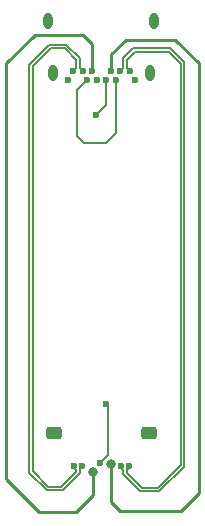
<source format=gbr>
%TF.GenerationSoftware,KiCad,Pcbnew,(6.0.7)*%
%TF.CreationDate,2022-09-26T17:50:28-05:00*%
%TF.ProjectId,T7Totem,5437546f-7465-46d2-9e6b-696361645f70,rev?*%
%TF.SameCoordinates,Original*%
%TF.FileFunction,Copper,L4,Bot*%
%TF.FilePolarity,Positive*%
%FSLAX46Y46*%
G04 Gerber Fmt 4.6, Leading zero omitted, Abs format (unit mm)*
G04 Created by KiCad (PCBNEW (6.0.7)) date 2022-09-26 17:50:28*
%MOMM*%
%LPD*%
G01*
G04 APERTURE LIST*
G04 Aperture macros list*
%AMRoundRect*
0 Rectangle with rounded corners*
0 $1 Rounding radius*
0 $2 $3 $4 $5 $6 $7 $8 $9 X,Y pos of 4 corners*
0 Add a 4 corners polygon primitive as box body*
4,1,4,$2,$3,$4,$5,$6,$7,$8,$9,$2,$3,0*
0 Add four circle primitives for the rounded corners*
1,1,$1+$1,$2,$3*
1,1,$1+$1,$4,$5*
1,1,$1+$1,$6,$7*
1,1,$1+$1,$8,$9*
0 Add four rect primitives between the rounded corners*
20,1,$1+$1,$2,$3,$4,$5,0*
20,1,$1+$1,$4,$5,$6,$7,0*
20,1,$1+$1,$6,$7,$8,$9,0*
20,1,$1+$1,$8,$9,$2,$3,0*%
G04 Aperture macros list end*
%TA.AperFunction,ComponentPad*%
%ADD10C,0.600000*%
%TD*%
%TA.AperFunction,ComponentPad*%
%ADD11O,0.800000X1.400000*%
%TD*%
%TA.AperFunction,ComponentPad*%
%ADD12RoundRect,0.275000X-0.400000X-0.275000X0.400000X-0.275000X0.400000X0.275000X-0.400000X0.275000X0*%
%TD*%
%TA.AperFunction,ViaPad*%
%ADD13C,0.800000*%
%TD*%
%TA.AperFunction,ViaPad*%
%ADD14C,0.600000*%
%TD*%
%TA.AperFunction,Conductor*%
%ADD15C,0.250000*%
%TD*%
%TA.AperFunction,Conductor*%
%ADD16C,0.200000*%
%TD*%
%TA.AperFunction,Conductor*%
%ADD17C,0.180000*%
%TD*%
G04 APERTURE END LIST*
D10*
%TO.P,J2,B1,GND*%
%TO.N,VSS*%
X166350000Y-70395000D03*
%TO.P,J2,B2,TX2+*%
%TO.N,TX2+*%
X166750000Y-69695000D03*
%TO.P,J2,B3,TX2-*%
%TO.N,TX2-*%
X167550000Y-69695000D03*
%TO.P,J2,B4,VBUS*%
%TO.N,VBUS*%
X167950000Y-70395000D03*
%TO.P,J2,B5,CC2*%
%TO.N,CC2*%
X168350000Y-69695000D03*
%TO.P,J2,B6,D+*%
%TO.N,D+*%
X168750000Y-70395000D03*
%TO.P,J2,B7,D-*%
%TO.N,D-*%
X169550000Y-70395000D03*
%TO.P,J2,B8,SBU2*%
%TO.N,SBU2*%
X169950000Y-69695000D03*
%TO.P,J2,B9,VBUS*%
%TO.N,VBUS*%
X170350000Y-70395000D03*
%TO.P,J2,B10,RX1-*%
%TO.N,RX1-*%
X170750000Y-69695000D03*
%TO.P,J2,B11,RX1+*%
%TO.N,RX1+*%
X171550000Y-69695000D03*
%TO.P,J2,B12,GND*%
%TO.N,VSS*%
X171950000Y-70395000D03*
D11*
%TO.P,J2,S1,SHIELD*%
X173640000Y-65405000D03*
X165020000Y-69795000D03*
X173280000Y-69795000D03*
X164660000Y-65405000D03*
%TD*%
D12*
%TO.P,J1,S1,SHIELD*%
%TO.N,VSS*%
X165145000Y-100350000D03*
X173155000Y-100350000D03*
%TD*%
D13*
%TO.N,CC2*%
X168400000Y-103600000D03*
%TO.N,SBU2*%
X169920360Y-102905421D03*
D14*
%TO.N,D-*%
X168700000Y-73400000D03*
%TO.N,RX1+*%
X171500800Y-103100000D03*
%TO.N,RX1-*%
X170799200Y-103100000D03*
%TO.N,TX2+*%
X166799200Y-103100000D03*
%TO.N,TX2-*%
X167500800Y-103100000D03*
%TO.N,D+*%
X169555653Y-97822425D03*
X169024500Y-102812038D03*
%TD*%
D15*
%TO.N,CC2*%
X168400000Y-103600000D02*
X168400000Y-105600000D01*
X163900000Y-107000000D02*
X161100000Y-104200000D01*
X163500000Y-66600000D02*
X167600000Y-66600000D01*
X168400000Y-105600000D02*
X167000000Y-107000000D01*
X167000000Y-107000000D02*
X163900000Y-107000000D01*
X161100000Y-104200000D02*
X161100000Y-69000000D01*
X161100000Y-69000000D02*
X163500000Y-66600000D01*
X167600000Y-66600000D02*
X168350000Y-67350000D01*
X168350000Y-67350000D02*
X168350000Y-69695000D01*
%TO.N,SBU2*%
X170700000Y-106900000D02*
X169920360Y-106120360D01*
X175400000Y-67000000D02*
X177400000Y-69000000D01*
X169950000Y-69695000D02*
X169950000Y-68250000D01*
X175900000Y-106900000D02*
X170700000Y-106900000D01*
X169950000Y-68250000D02*
X171200000Y-67000000D01*
D16*
%TO.N,D+*%
X169700000Y-97966772D02*
X169700000Y-102136538D01*
D15*
%TO.N,SBU2*%
X169920360Y-106120360D02*
X169920360Y-102905421D01*
X171200000Y-67000000D02*
X175400000Y-67000000D01*
X177400000Y-105400000D02*
X175900000Y-106900000D01*
D16*
%TO.N,D+*%
X169555653Y-97822425D02*
X169700000Y-97966772D01*
X169700000Y-102136538D02*
X169024500Y-102812038D01*
D15*
%TO.N,SBU2*%
X177400000Y-69000000D02*
X177400000Y-105400000D01*
D17*
%TO.N,VBUS*%
X170350000Y-70395000D02*
X170350000Y-74950000D01*
X167100000Y-71245000D02*
X167950000Y-70395000D01*
X170350000Y-74950000D02*
X169500000Y-75800000D01*
X169500000Y-75800000D02*
X167700000Y-75800000D01*
X167700000Y-75800000D02*
X167100000Y-75200000D01*
X167100000Y-75200000D02*
X167100000Y-71245000D01*
D16*
%TO.N,D-*%
X169550000Y-72550000D02*
X168700000Y-73400000D01*
X169550000Y-70395000D02*
X169550000Y-72550000D01*
%TO.N,RX1+*%
X175849200Y-103037536D02*
X175849200Y-69062464D01*
X173937536Y-104949200D02*
X175849200Y-103037536D01*
X171369200Y-103336102D02*
X171300800Y-103404502D01*
X171300800Y-103687536D02*
X172562464Y-104949200D01*
X171369200Y-103231600D02*
X171369200Y-103336102D01*
X172562464Y-104949200D02*
X173937536Y-104949200D01*
X171300800Y-69445800D02*
X171550000Y-69695000D01*
X174837536Y-68050800D02*
X171962464Y-68050800D01*
X171300800Y-103404502D02*
X171300800Y-103687536D01*
X171500800Y-103100000D02*
X171369200Y-103231600D01*
%TO.N,RX1-*%
X170999200Y-103812464D02*
X172437536Y-105250800D01*
X171837536Y-67749200D02*
X170999200Y-68587536D01*
%TO.N,RX1+*%
X175849200Y-69062464D02*
X174837536Y-68050800D01*
X171300800Y-68712464D02*
X171300800Y-69445800D01*
X171962464Y-68050800D02*
X171300800Y-68712464D01*
%TO.N,RX1-*%
X170799200Y-103100000D02*
X170930800Y-103231600D01*
X170930800Y-103231600D02*
X170930800Y-103336102D01*
X170930800Y-103336102D02*
X170999200Y-103404502D01*
X170999200Y-103404502D02*
X170999200Y-103812464D01*
X170999200Y-68587536D02*
X170999200Y-69445800D01*
X172437536Y-105250800D02*
X174062464Y-105250800D01*
X174062464Y-105250800D02*
X176150800Y-103162464D01*
X176150800Y-103162464D02*
X176150800Y-68937536D01*
X174962464Y-67749200D02*
X171837536Y-67749200D01*
X176150800Y-68937536D02*
X174962464Y-67749200D01*
X170999200Y-69445800D02*
X170750000Y-69695000D01*
%TO.N,TX2+*%
X163350800Y-69262464D02*
X164862464Y-67750800D01*
%TO.N,TX2-*%
X167300800Y-103376218D02*
X167300800Y-103712464D01*
%TO.N,TX2+*%
X164662464Y-104849200D02*
X163350800Y-103537536D01*
X166999200Y-69445800D02*
X166750000Y-69695000D01*
X165737536Y-104849200D02*
X164662464Y-104849200D01*
X166999200Y-103376218D02*
X166999200Y-103587536D01*
X166999200Y-103587536D02*
X165737536Y-104849200D01*
%TO.N,TX2-*%
X167300800Y-69445800D02*
X167550000Y-69695000D01*
%TO.N,TX2+*%
X166950800Y-103251600D02*
X166950800Y-103327818D01*
%TO.N,TX2-*%
X167300800Y-103712464D02*
X165862464Y-105150800D01*
X163049200Y-69137536D02*
X164737536Y-67449200D01*
%TO.N,TX2+*%
X164862464Y-67750800D02*
X166037536Y-67750800D01*
X166799200Y-103100000D02*
X166950800Y-103251600D01*
X166950800Y-103327818D02*
X166999200Y-103376218D01*
%TO.N,TX2-*%
X167349200Y-103327818D02*
X167300800Y-103376218D01*
%TO.N,TX2+*%
X163350800Y-103537536D02*
X163350800Y-69262464D01*
X166037536Y-67750800D02*
X166999200Y-68712464D01*
X166999200Y-68712464D02*
X166999200Y-69445800D01*
%TO.N,TX2-*%
X167500800Y-103100000D02*
X167349200Y-103251600D01*
X167349200Y-103251600D02*
X167349200Y-103327818D01*
X165862464Y-105150800D02*
X164537536Y-105150800D01*
X164537536Y-105150800D02*
X163049200Y-103662464D01*
X163049200Y-103662464D02*
X163049200Y-69137536D01*
X167300800Y-68587536D02*
X167300800Y-69445800D01*
X164737536Y-67449200D02*
X166162464Y-67449200D01*
X166162464Y-67449200D02*
X167300800Y-68587536D01*
%TD*%
M02*

</source>
